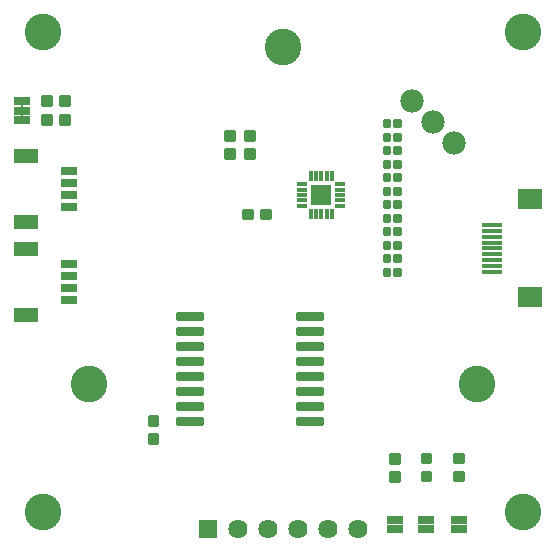
<source format=gbr>
G04 EAGLE Gerber RS-274X export*
G75*
%MOMM*%
%FSLAX34Y34*%
%LPD*%
%INSoldermask Top*%
%IPPOS*%
%AMOC8*
5,1,8,0,0,1.08239X$1,22.5*%
G01*
%ADD10C,3.101600*%
%ADD11C,0.326897*%
%ADD12C,0.419859*%
%ADD13R,0.901600X0.351600*%
%ADD14R,0.351600X0.901600*%
%ADD15R,1.651600X1.651600*%
%ADD16R,1.451600X0.701600*%
%ADD17R,2.101600X1.301600*%
%ADD18R,1.371600X0.736600*%
%ADD19C,0.203200*%
%ADD20C,0.293622*%
%ADD21R,1.625600X1.625600*%
%ADD22C,1.625600*%
%ADD23C,1.981200*%
%ADD24R,1.701600X0.401600*%
%ADD25R,2.051600X1.701600*%


D10*
X30000Y30000D03*
X436400Y30000D03*
X436400Y436400D03*
X30000Y436400D03*
D11*
X201625Y351485D02*
X201625Y344847D01*
X201625Y351485D02*
X208263Y351485D01*
X208263Y344847D01*
X201625Y344847D01*
X201625Y347953D02*
X208263Y347953D01*
X208263Y351059D02*
X201625Y351059D01*
X201625Y336245D02*
X201625Y329607D01*
X201625Y336245D02*
X208263Y336245D01*
X208263Y329607D01*
X201625Y329607D01*
X201625Y332713D02*
X208263Y332713D01*
X208263Y335819D02*
X201625Y335819D01*
D12*
X328167Y234536D02*
X331335Y234536D01*
X331335Y231368D01*
X328167Y231368D01*
X328167Y234536D01*
X322445Y234536D02*
X319277Y234536D01*
X322445Y234536D02*
X322445Y231368D01*
X319277Y231368D01*
X319277Y234536D01*
X328167Y245966D02*
X331335Y245966D01*
X331335Y242798D01*
X328167Y242798D01*
X328167Y245966D01*
X322445Y245966D02*
X319277Y245966D01*
X322445Y245966D02*
X322445Y242798D01*
X319277Y242798D01*
X319277Y245966D01*
X328167Y257396D02*
X331335Y257396D01*
X331335Y254228D01*
X328167Y254228D01*
X328167Y257396D01*
X322445Y257396D02*
X319277Y257396D01*
X322445Y257396D02*
X322445Y254228D01*
X319277Y254228D01*
X319277Y257396D01*
X328167Y268826D02*
X331335Y268826D01*
X331335Y265658D01*
X328167Y265658D01*
X328167Y268826D01*
X322445Y268826D02*
X319277Y268826D01*
X322445Y268826D02*
X322445Y265658D01*
X319277Y265658D01*
X319277Y268826D01*
X328167Y280256D02*
X331335Y280256D01*
X331335Y277088D01*
X328167Y277088D01*
X328167Y280256D01*
X322445Y280256D02*
X319277Y280256D01*
X322445Y280256D02*
X322445Y277088D01*
X319277Y277088D01*
X319277Y280256D01*
X328167Y291686D02*
X331335Y291686D01*
X331335Y288518D01*
X328167Y288518D01*
X328167Y291686D01*
X322445Y291686D02*
X319277Y291686D01*
X322445Y291686D02*
X322445Y288518D01*
X319277Y288518D01*
X319277Y291686D01*
X328167Y303116D02*
X331335Y303116D01*
X331335Y299948D01*
X328167Y299948D01*
X328167Y303116D01*
X322445Y303116D02*
X319277Y303116D01*
X322445Y303116D02*
X322445Y299948D01*
X319277Y299948D01*
X319277Y303116D01*
X328167Y314546D02*
X331335Y314546D01*
X331335Y311378D01*
X328167Y311378D01*
X328167Y314546D01*
X322445Y314546D02*
X319277Y314546D01*
X322445Y314546D02*
X322445Y311378D01*
X319277Y311378D01*
X319277Y314546D01*
X328167Y325976D02*
X331335Y325976D01*
X331335Y322808D01*
X328167Y322808D01*
X328167Y325976D01*
X322445Y325976D02*
X319277Y325976D01*
X322445Y325976D02*
X322445Y322808D01*
X319277Y322808D01*
X319277Y325976D01*
X328167Y337406D02*
X331335Y337406D01*
X331335Y334238D01*
X328167Y334238D01*
X328167Y337406D01*
X322445Y337406D02*
X319277Y337406D01*
X322445Y337406D02*
X322445Y334238D01*
X319277Y334238D01*
X319277Y337406D01*
X328167Y348836D02*
X331335Y348836D01*
X331335Y345668D01*
X328167Y345668D01*
X328167Y348836D01*
X322445Y348836D02*
X319277Y348836D01*
X322445Y348836D02*
X322445Y345668D01*
X319277Y345668D01*
X319277Y348836D01*
X328167Y360266D02*
X331335Y360266D01*
X331335Y357098D01*
X328167Y357098D01*
X328167Y360266D01*
X322445Y360266D02*
X319277Y360266D01*
X322445Y360266D02*
X322445Y357098D01*
X319277Y357098D01*
X319277Y360266D01*
D11*
X221945Y284785D02*
X215307Y284785D01*
X221945Y284785D02*
X221945Y278147D01*
X215307Y278147D01*
X215307Y284785D01*
X215307Y281253D02*
X221945Y281253D01*
X221945Y284359D02*
X215307Y284359D01*
X206705Y284785D02*
X200067Y284785D01*
X206705Y284785D02*
X206705Y278147D01*
X200067Y278147D01*
X200067Y284785D01*
X200067Y281253D02*
X206705Y281253D01*
X206705Y284359D02*
X200067Y284359D01*
X191821Y329743D02*
X191821Y336381D01*
X191821Y329743D02*
X185183Y329743D01*
X185183Y336381D01*
X191821Y336381D01*
X191821Y332849D02*
X185183Y332849D01*
X185183Y335955D02*
X191821Y335955D01*
X191821Y344983D02*
X191821Y351621D01*
X191821Y344983D02*
X185183Y344983D01*
X185183Y351621D01*
X191821Y351621D01*
X191821Y348089D02*
X185183Y348089D01*
X185183Y351195D02*
X191821Y351195D01*
D13*
X281616Y288976D03*
X281616Y293476D03*
X281616Y297976D03*
X281616Y302476D03*
X281616Y306976D03*
D14*
X274616Y313976D03*
X270116Y313976D03*
X265616Y313976D03*
X261116Y313976D03*
X256616Y313976D03*
D13*
X249616Y306976D03*
X249616Y302476D03*
X249616Y297976D03*
X249616Y293476D03*
X249616Y288976D03*
D14*
X256616Y281976D03*
X261116Y281976D03*
X265616Y281976D03*
X270116Y281976D03*
X274616Y281976D03*
D15*
X265616Y297976D03*
D16*
X52254Y318142D03*
X52254Y308142D03*
X52254Y298142D03*
X52254Y288142D03*
D17*
X15504Y275142D03*
X15504Y331142D03*
D16*
X52000Y239238D03*
X52000Y229238D03*
X52000Y219238D03*
X52000Y209238D03*
D17*
X15250Y196238D03*
X15250Y252238D03*
D11*
X45449Y380893D02*
X52087Y380893D01*
X52087Y374255D01*
X45449Y374255D01*
X45449Y380893D01*
X45449Y377361D02*
X52087Y377361D01*
X52087Y380467D02*
X45449Y380467D01*
X36847Y380893D02*
X30209Y380893D01*
X36847Y380893D02*
X36847Y374255D01*
X30209Y374255D01*
X30209Y380893D01*
X30209Y377361D02*
X36847Y377361D01*
X36847Y380467D02*
X30209Y380467D01*
X45449Y364637D02*
X52087Y364637D01*
X52087Y357999D01*
X45449Y357999D01*
X45449Y364637D01*
X45449Y361105D02*
X52087Y361105D01*
X52087Y364211D02*
X45449Y364211D01*
X36847Y364637D02*
X30209Y364637D01*
X36847Y364637D02*
X36847Y357999D01*
X30209Y357999D01*
X30209Y364637D01*
X30209Y361105D02*
X36847Y361105D01*
X36847Y364211D02*
X30209Y364211D01*
D18*
X12446Y361318D03*
X12446Y369446D03*
X12446Y377574D03*
D19*
X12446Y378336D02*
X12446Y360810D01*
D20*
X265950Y109400D02*
X265950Y103700D01*
X245010Y103700D01*
X245010Y109400D01*
X265950Y109400D01*
X265950Y106489D02*
X245010Y106489D01*
X245010Y109278D02*
X265950Y109278D01*
X265950Y116400D02*
X265950Y122100D01*
X265950Y116400D02*
X245010Y116400D01*
X245010Y122100D01*
X265950Y122100D01*
X265950Y119189D02*
X245010Y119189D01*
X245010Y121978D02*
X265950Y121978D01*
X265950Y129100D02*
X265950Y134800D01*
X265950Y129100D02*
X245010Y129100D01*
X245010Y134800D01*
X265950Y134800D01*
X265950Y131889D02*
X245010Y131889D01*
X245010Y134678D02*
X265950Y134678D01*
X265950Y141800D02*
X265950Y147500D01*
X265950Y141800D02*
X245010Y141800D01*
X245010Y147500D01*
X265950Y147500D01*
X265950Y144589D02*
X245010Y144589D01*
X245010Y147378D02*
X265950Y147378D01*
X265950Y154500D02*
X265950Y160200D01*
X265950Y154500D02*
X245010Y154500D01*
X245010Y160200D01*
X265950Y160200D01*
X265950Y157289D02*
X245010Y157289D01*
X245010Y160078D02*
X265950Y160078D01*
X265950Y167200D02*
X265950Y172900D01*
X265950Y167200D02*
X245010Y167200D01*
X245010Y172900D01*
X265950Y172900D01*
X265950Y169989D02*
X245010Y169989D01*
X245010Y172778D02*
X265950Y172778D01*
X265950Y179900D02*
X265950Y185600D01*
X265950Y179900D02*
X245010Y179900D01*
X245010Y185600D01*
X265950Y185600D01*
X265950Y182689D02*
X245010Y182689D01*
X245010Y185478D02*
X265950Y185478D01*
X265950Y192600D02*
X265950Y198300D01*
X265950Y192600D02*
X245010Y192600D01*
X245010Y198300D01*
X265950Y198300D01*
X265950Y195389D02*
X245010Y195389D01*
X245010Y198178D02*
X265950Y198178D01*
X164350Y198300D02*
X164350Y192600D01*
X143410Y192600D01*
X143410Y198300D01*
X164350Y198300D01*
X164350Y195389D02*
X143410Y195389D01*
X143410Y198178D02*
X164350Y198178D01*
X164350Y185600D02*
X164350Y179900D01*
X143410Y179900D01*
X143410Y185600D01*
X164350Y185600D01*
X164350Y182689D02*
X143410Y182689D01*
X143410Y185478D02*
X164350Y185478D01*
X164350Y172900D02*
X164350Y167200D01*
X143410Y167200D01*
X143410Y172900D01*
X164350Y172900D01*
X164350Y169989D02*
X143410Y169989D01*
X143410Y172778D02*
X164350Y172778D01*
X164350Y160200D02*
X164350Y154500D01*
X143410Y154500D01*
X143410Y160200D01*
X164350Y160200D01*
X164350Y157289D02*
X143410Y157289D01*
X143410Y160078D02*
X164350Y160078D01*
X164350Y147500D02*
X164350Y141800D01*
X143410Y141800D01*
X143410Y147500D01*
X164350Y147500D01*
X164350Y144589D02*
X143410Y144589D01*
X143410Y147378D02*
X164350Y147378D01*
X164350Y134800D02*
X164350Y129100D01*
X143410Y129100D01*
X143410Y134800D01*
X164350Y134800D01*
X164350Y131889D02*
X143410Y131889D01*
X143410Y134678D02*
X164350Y134678D01*
X164350Y122100D02*
X164350Y116400D01*
X143410Y116400D01*
X143410Y122100D01*
X164350Y122100D01*
X164350Y119189D02*
X143410Y119189D01*
X143410Y121978D02*
X164350Y121978D01*
X164350Y109400D02*
X164350Y103700D01*
X143410Y103700D01*
X143410Y109400D01*
X164350Y109400D01*
X164350Y106489D02*
X143410Y106489D01*
X143410Y109278D02*
X164350Y109278D01*
D11*
X385361Y62939D02*
X385361Y56301D01*
X378723Y56301D01*
X378723Y62939D01*
X385361Y62939D01*
X385361Y59407D02*
X378723Y59407D01*
X378723Y62513D02*
X385361Y62513D01*
X385361Y71541D02*
X385361Y78179D01*
X385361Y71541D02*
X378723Y71541D01*
X378723Y78179D01*
X385361Y78179D01*
X385361Y74647D02*
X378723Y74647D01*
X378723Y77753D02*
X385361Y77753D01*
X357909Y62921D02*
X357909Y56283D01*
X351271Y56283D01*
X351271Y62921D01*
X357909Y62921D01*
X357909Y59389D02*
X351271Y59389D01*
X351271Y62495D02*
X357909Y62495D01*
X357909Y71523D02*
X357909Y78161D01*
X357909Y71523D02*
X351271Y71523D01*
X351271Y78161D01*
X357909Y78161D01*
X357909Y74629D02*
X351271Y74629D01*
X351271Y77735D02*
X357909Y77735D01*
X324469Y78075D02*
X324469Y71437D01*
X324469Y78075D02*
X331107Y78075D01*
X331107Y71437D01*
X324469Y71437D01*
X324469Y74543D02*
X331107Y74543D01*
X331107Y77649D02*
X324469Y77649D01*
X324469Y62835D02*
X324469Y56197D01*
X324469Y62835D02*
X331107Y62835D01*
X331107Y56197D01*
X324469Y56197D01*
X324469Y59303D02*
X331107Y59303D01*
X331107Y62409D02*
X324469Y62409D01*
D18*
X381982Y14898D03*
X381982Y23026D03*
X354376Y14890D03*
X354376Y23018D03*
X327818Y23118D03*
X327818Y14990D03*
D11*
X126869Y87885D02*
X126869Y94523D01*
X126869Y87885D02*
X120231Y87885D01*
X120231Y94523D01*
X126869Y94523D01*
X126869Y90991D02*
X120231Y90991D01*
X120231Y94097D02*
X126869Y94097D01*
X126869Y103125D02*
X126869Y109763D01*
X126869Y103125D02*
X120231Y103125D01*
X120231Y109763D01*
X126869Y109763D01*
X126869Y106231D02*
X120231Y106231D01*
X120231Y109337D02*
X126869Y109337D01*
D21*
X169700Y15000D03*
D22*
X195100Y15000D03*
X220500Y15000D03*
X245900Y15000D03*
X271300Y15000D03*
X296700Y15000D03*
D23*
X342166Y377980D03*
X360127Y360019D03*
X378087Y342059D03*
D10*
X397745Y138200D03*
X68655Y138200D03*
X233200Y423200D03*
D24*
X409896Y272764D03*
X409896Y267764D03*
X409896Y262764D03*
X409896Y257764D03*
X409896Y252764D03*
X409896Y247764D03*
X409896Y242764D03*
X409896Y237764D03*
D25*
X442396Y294264D03*
X442396Y211264D03*
D24*
X409896Y232764D03*
M02*

</source>
